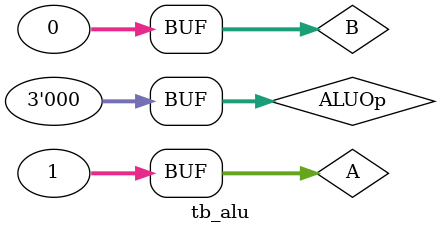
<source format=v>
`timescale 1ns / 1ps


module tb_alu;

    // Inputs
    reg  [31:0] A;
    reg  [31:0] B;
    reg  [ 2:0] ALUOp;

    // Outputs
    wire [31:0] C;

    // Instantiate the Unit Under Test (UUT)
    alu uut (
        .A    (A),
        .B    (B),
        .ALUOp(ALUOp),
        .C    (C)
    );

    initial begin
        // Initialize Inputs
        A     = {{31{2'b0}}, 2'b1};
        B     = 0;
        ALUOp = 0;

        // Wait 100 ns for global reset to finish
        #100;

        // Add stimulus here

    end

endmodule


</source>
